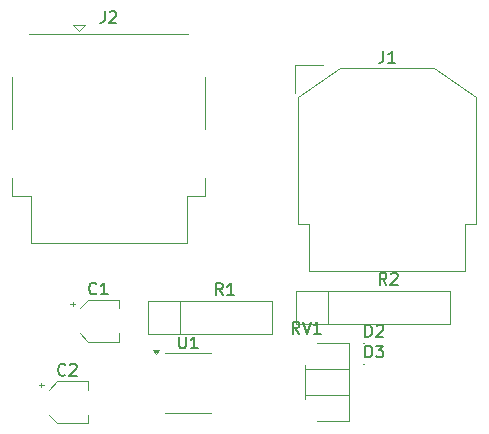
<source format=gbr>
%TF.GenerationSoftware,KiCad,Pcbnew,9.0.0*%
%TF.CreationDate,2025-03-20T16:07:02+05:30*%
%TF.ProjectId,demo-2,64656d6f-2d32-42e6-9b69-6361645f7063,rev?*%
%TF.SameCoordinates,Original*%
%TF.FileFunction,Legend,Top*%
%TF.FilePolarity,Positive*%
%FSLAX46Y46*%
G04 Gerber Fmt 4.6, Leading zero omitted, Abs format (unit mm)*
G04 Created by KiCad (PCBNEW 9.0.0) date 2025-03-20 16:07:02*
%MOMM*%
%LPD*%
G01*
G04 APERTURE LIST*
%ADD10C,0.150000*%
%ADD11C,0.120000*%
%ADD12C,0.100000*%
G04 APERTURE END LIST*
D10*
X125973333Y-86779580D02*
X125925714Y-86827200D01*
X125925714Y-86827200D02*
X125782857Y-86874819D01*
X125782857Y-86874819D02*
X125687619Y-86874819D01*
X125687619Y-86874819D02*
X125544762Y-86827200D01*
X125544762Y-86827200D02*
X125449524Y-86731961D01*
X125449524Y-86731961D02*
X125401905Y-86636723D01*
X125401905Y-86636723D02*
X125354286Y-86446247D01*
X125354286Y-86446247D02*
X125354286Y-86303390D01*
X125354286Y-86303390D02*
X125401905Y-86112914D01*
X125401905Y-86112914D02*
X125449524Y-86017676D01*
X125449524Y-86017676D02*
X125544762Y-85922438D01*
X125544762Y-85922438D02*
X125687619Y-85874819D01*
X125687619Y-85874819D02*
X125782857Y-85874819D01*
X125782857Y-85874819D02*
X125925714Y-85922438D01*
X125925714Y-85922438D02*
X125973333Y-85970057D01*
X126925714Y-86874819D02*
X126354286Y-86874819D01*
X126640000Y-86874819D02*
X126640000Y-85874819D01*
X126640000Y-85874819D02*
X126544762Y-86017676D01*
X126544762Y-86017676D02*
X126449524Y-86112914D01*
X126449524Y-86112914D02*
X126354286Y-86160533D01*
X126666666Y-62892319D02*
X126666666Y-63606604D01*
X126666666Y-63606604D02*
X126619047Y-63749461D01*
X126619047Y-63749461D02*
X126523809Y-63844700D01*
X126523809Y-63844700D02*
X126380952Y-63892319D01*
X126380952Y-63892319D02*
X126285714Y-63892319D01*
X127095238Y-62987557D02*
X127142857Y-62939938D01*
X127142857Y-62939938D02*
X127238095Y-62892319D01*
X127238095Y-62892319D02*
X127476190Y-62892319D01*
X127476190Y-62892319D02*
X127571428Y-62939938D01*
X127571428Y-62939938D02*
X127619047Y-62987557D01*
X127619047Y-62987557D02*
X127666666Y-63082795D01*
X127666666Y-63082795D02*
X127666666Y-63178033D01*
X127666666Y-63178033D02*
X127619047Y-63320890D01*
X127619047Y-63320890D02*
X127047619Y-63892319D01*
X127047619Y-63892319D02*
X127666666Y-63892319D01*
X148736905Y-90454819D02*
X148736905Y-89454819D01*
X148736905Y-89454819D02*
X148975000Y-89454819D01*
X148975000Y-89454819D02*
X149117857Y-89502438D01*
X149117857Y-89502438D02*
X149213095Y-89597676D01*
X149213095Y-89597676D02*
X149260714Y-89692914D01*
X149260714Y-89692914D02*
X149308333Y-89883390D01*
X149308333Y-89883390D02*
X149308333Y-90026247D01*
X149308333Y-90026247D02*
X149260714Y-90216723D01*
X149260714Y-90216723D02*
X149213095Y-90311961D01*
X149213095Y-90311961D02*
X149117857Y-90407200D01*
X149117857Y-90407200D02*
X148975000Y-90454819D01*
X148975000Y-90454819D02*
X148736905Y-90454819D01*
X149689286Y-89550057D02*
X149736905Y-89502438D01*
X149736905Y-89502438D02*
X149832143Y-89454819D01*
X149832143Y-89454819D02*
X150070238Y-89454819D01*
X150070238Y-89454819D02*
X150165476Y-89502438D01*
X150165476Y-89502438D02*
X150213095Y-89550057D01*
X150213095Y-89550057D02*
X150260714Y-89645295D01*
X150260714Y-89645295D02*
X150260714Y-89740533D01*
X150260714Y-89740533D02*
X150213095Y-89883390D01*
X150213095Y-89883390D02*
X149641667Y-90454819D01*
X149641667Y-90454819D02*
X150260714Y-90454819D01*
X150256666Y-66254819D02*
X150256666Y-66969104D01*
X150256666Y-66969104D02*
X150209047Y-67111961D01*
X150209047Y-67111961D02*
X150113809Y-67207200D01*
X150113809Y-67207200D02*
X149970952Y-67254819D01*
X149970952Y-67254819D02*
X149875714Y-67254819D01*
X151256666Y-67254819D02*
X150685238Y-67254819D01*
X150970952Y-67254819D02*
X150970952Y-66254819D01*
X150970952Y-66254819D02*
X150875714Y-66397676D01*
X150875714Y-66397676D02*
X150780476Y-66492914D01*
X150780476Y-66492914D02*
X150685238Y-66540533D01*
X132978095Y-90454819D02*
X132978095Y-91264342D01*
X132978095Y-91264342D02*
X133025714Y-91359580D01*
X133025714Y-91359580D02*
X133073333Y-91407200D01*
X133073333Y-91407200D02*
X133168571Y-91454819D01*
X133168571Y-91454819D02*
X133359047Y-91454819D01*
X133359047Y-91454819D02*
X133454285Y-91407200D01*
X133454285Y-91407200D02*
X133501904Y-91359580D01*
X133501904Y-91359580D02*
X133549523Y-91264342D01*
X133549523Y-91264342D02*
X133549523Y-90454819D01*
X134549523Y-91454819D02*
X133978095Y-91454819D01*
X134263809Y-91454819D02*
X134263809Y-90454819D01*
X134263809Y-90454819D02*
X134168571Y-90597676D01*
X134168571Y-90597676D02*
X134073333Y-90692914D01*
X134073333Y-90692914D02*
X133978095Y-90740533D01*
X143144761Y-90194819D02*
X142811428Y-89718628D01*
X142573333Y-90194819D02*
X142573333Y-89194819D01*
X142573333Y-89194819D02*
X142954285Y-89194819D01*
X142954285Y-89194819D02*
X143049523Y-89242438D01*
X143049523Y-89242438D02*
X143097142Y-89290057D01*
X143097142Y-89290057D02*
X143144761Y-89385295D01*
X143144761Y-89385295D02*
X143144761Y-89528152D01*
X143144761Y-89528152D02*
X143097142Y-89623390D01*
X143097142Y-89623390D02*
X143049523Y-89671009D01*
X143049523Y-89671009D02*
X142954285Y-89718628D01*
X142954285Y-89718628D02*
X142573333Y-89718628D01*
X143430476Y-89194819D02*
X143763809Y-90194819D01*
X143763809Y-90194819D02*
X144097142Y-89194819D01*
X144954285Y-90194819D02*
X144382857Y-90194819D01*
X144668571Y-90194819D02*
X144668571Y-89194819D01*
X144668571Y-89194819D02*
X144573333Y-89337676D01*
X144573333Y-89337676D02*
X144478095Y-89432914D01*
X144478095Y-89432914D02*
X144382857Y-89480533D01*
X123333333Y-93659580D02*
X123285714Y-93707200D01*
X123285714Y-93707200D02*
X123142857Y-93754819D01*
X123142857Y-93754819D02*
X123047619Y-93754819D01*
X123047619Y-93754819D02*
X122904762Y-93707200D01*
X122904762Y-93707200D02*
X122809524Y-93611961D01*
X122809524Y-93611961D02*
X122761905Y-93516723D01*
X122761905Y-93516723D02*
X122714286Y-93326247D01*
X122714286Y-93326247D02*
X122714286Y-93183390D01*
X122714286Y-93183390D02*
X122761905Y-92992914D01*
X122761905Y-92992914D02*
X122809524Y-92897676D01*
X122809524Y-92897676D02*
X122904762Y-92802438D01*
X122904762Y-92802438D02*
X123047619Y-92754819D01*
X123047619Y-92754819D02*
X123142857Y-92754819D01*
X123142857Y-92754819D02*
X123285714Y-92802438D01*
X123285714Y-92802438D02*
X123333333Y-92850057D01*
X123714286Y-92850057D02*
X123761905Y-92802438D01*
X123761905Y-92802438D02*
X123857143Y-92754819D01*
X123857143Y-92754819D02*
X124095238Y-92754819D01*
X124095238Y-92754819D02*
X124190476Y-92802438D01*
X124190476Y-92802438D02*
X124238095Y-92850057D01*
X124238095Y-92850057D02*
X124285714Y-92945295D01*
X124285714Y-92945295D02*
X124285714Y-93040533D01*
X124285714Y-93040533D02*
X124238095Y-93183390D01*
X124238095Y-93183390D02*
X123666667Y-93754819D01*
X123666667Y-93754819D02*
X124285714Y-93754819D01*
X148736905Y-92204819D02*
X148736905Y-91204819D01*
X148736905Y-91204819D02*
X148975000Y-91204819D01*
X148975000Y-91204819D02*
X149117857Y-91252438D01*
X149117857Y-91252438D02*
X149213095Y-91347676D01*
X149213095Y-91347676D02*
X149260714Y-91442914D01*
X149260714Y-91442914D02*
X149308333Y-91633390D01*
X149308333Y-91633390D02*
X149308333Y-91776247D01*
X149308333Y-91776247D02*
X149260714Y-91966723D01*
X149260714Y-91966723D02*
X149213095Y-92061961D01*
X149213095Y-92061961D02*
X149117857Y-92157200D01*
X149117857Y-92157200D02*
X148975000Y-92204819D01*
X148975000Y-92204819D02*
X148736905Y-92204819D01*
X149641667Y-91204819D02*
X150260714Y-91204819D01*
X150260714Y-91204819D02*
X149927381Y-91585771D01*
X149927381Y-91585771D02*
X150070238Y-91585771D01*
X150070238Y-91585771D02*
X150165476Y-91633390D01*
X150165476Y-91633390D02*
X150213095Y-91681009D01*
X150213095Y-91681009D02*
X150260714Y-91776247D01*
X150260714Y-91776247D02*
X150260714Y-92014342D01*
X150260714Y-92014342D02*
X150213095Y-92109580D01*
X150213095Y-92109580D02*
X150165476Y-92157200D01*
X150165476Y-92157200D02*
X150070238Y-92204819D01*
X150070238Y-92204819D02*
X149784524Y-92204819D01*
X149784524Y-92204819D02*
X149689286Y-92157200D01*
X149689286Y-92157200D02*
X149641667Y-92109580D01*
X136653333Y-86924819D02*
X136320000Y-86448628D01*
X136081905Y-86924819D02*
X136081905Y-85924819D01*
X136081905Y-85924819D02*
X136462857Y-85924819D01*
X136462857Y-85924819D02*
X136558095Y-85972438D01*
X136558095Y-85972438D02*
X136605714Y-86020057D01*
X136605714Y-86020057D02*
X136653333Y-86115295D01*
X136653333Y-86115295D02*
X136653333Y-86258152D01*
X136653333Y-86258152D02*
X136605714Y-86353390D01*
X136605714Y-86353390D02*
X136558095Y-86401009D01*
X136558095Y-86401009D02*
X136462857Y-86448628D01*
X136462857Y-86448628D02*
X136081905Y-86448628D01*
X137605714Y-86924819D02*
X137034286Y-86924819D01*
X137320000Y-86924819D02*
X137320000Y-85924819D01*
X137320000Y-85924819D02*
X137224762Y-86067676D01*
X137224762Y-86067676D02*
X137129524Y-86162914D01*
X137129524Y-86162914D02*
X137034286Y-86210533D01*
X150523333Y-86054819D02*
X150190000Y-85578628D01*
X149951905Y-86054819D02*
X149951905Y-85054819D01*
X149951905Y-85054819D02*
X150332857Y-85054819D01*
X150332857Y-85054819D02*
X150428095Y-85102438D01*
X150428095Y-85102438D02*
X150475714Y-85150057D01*
X150475714Y-85150057D02*
X150523333Y-85245295D01*
X150523333Y-85245295D02*
X150523333Y-85388152D01*
X150523333Y-85388152D02*
X150475714Y-85483390D01*
X150475714Y-85483390D02*
X150428095Y-85531009D01*
X150428095Y-85531009D02*
X150332857Y-85578628D01*
X150332857Y-85578628D02*
X149951905Y-85578628D01*
X150904286Y-85150057D02*
X150951905Y-85102438D01*
X150951905Y-85102438D02*
X151047143Y-85054819D01*
X151047143Y-85054819D02*
X151285238Y-85054819D01*
X151285238Y-85054819D02*
X151380476Y-85102438D01*
X151380476Y-85102438D02*
X151428095Y-85150057D01*
X151428095Y-85150057D02*
X151475714Y-85245295D01*
X151475714Y-85245295D02*
X151475714Y-85340533D01*
X151475714Y-85340533D02*
X151428095Y-85483390D01*
X151428095Y-85483390D02*
X150856667Y-86054819D01*
X150856667Y-86054819D02*
X151475714Y-86054819D01*
D11*
%TO.C,C1*%
X123765000Y-87685000D02*
X124140000Y-87685000D01*
X123952500Y-87497500D02*
X123952500Y-87872500D01*
X124569437Y-88060000D02*
X125269437Y-87360000D01*
X124569437Y-90180000D02*
X125269437Y-90880000D01*
X125269437Y-87360000D02*
X127900000Y-87360000D01*
X125269437Y-90880000D02*
X127900000Y-90880000D01*
X127900000Y-87360000D02*
X127900000Y-88060000D01*
X127900000Y-90880000D02*
X127900000Y-90180000D01*
%TO.C,J2*%
X118850000Y-72887500D02*
X118850000Y-68487500D01*
X118850000Y-78537500D02*
X118850000Y-76987500D01*
X120250000Y-64837500D02*
X133750000Y-64837500D01*
X120400000Y-78537500D02*
X118850000Y-78537500D01*
X120400000Y-82537500D02*
X120400000Y-78537500D01*
X124000000Y-64097500D02*
X125000000Y-64097500D01*
X124500000Y-64597500D02*
X124000000Y-64097500D01*
X125000000Y-64097500D02*
X124500000Y-64597500D01*
X133600000Y-78537500D02*
X133600000Y-82537500D01*
X133600000Y-82537500D02*
X120400000Y-82537500D01*
X135150000Y-68487500D02*
X135150000Y-72887500D01*
X135150000Y-76987500D02*
X135150000Y-78537500D01*
X135150000Y-78537500D02*
X133600000Y-78537500D01*
D12*
%TO.C,D2*%
X148665000Y-91050000D02*
G75*
G02*
X148565000Y-91050000I-50000J0D01*
G01*
X148565000Y-91050000D02*
G75*
G02*
X148665000Y-91050000I50000J0D01*
G01*
D11*
%TO.C,J1*%
X142800000Y-67460000D02*
X145140000Y-67460000D01*
X142800000Y-69800000D02*
X142800000Y-67460000D01*
X143040000Y-70150000D02*
X146590000Y-67700000D01*
X143040000Y-80900000D02*
X143040000Y-70150000D01*
X143990000Y-80900000D02*
X143040000Y-80900000D01*
X143990000Y-84900000D02*
X143990000Y-80900000D01*
X146590000Y-67700000D02*
X154590000Y-67700000D01*
X154590000Y-67700000D02*
X158140000Y-70150000D01*
X157190000Y-80900000D02*
X157190000Y-84900000D01*
X157190000Y-84900000D02*
X143990000Y-84900000D01*
X158140000Y-70150000D02*
X158140000Y-80900000D01*
X158140000Y-80900000D02*
X157190000Y-80900000D01*
%TO.C,U1*%
X133740000Y-91840000D02*
X131790000Y-91840000D01*
X133740000Y-91840000D02*
X135690000Y-91840000D01*
X133740000Y-96960000D02*
X131790000Y-96960000D01*
X133740000Y-96960000D02*
X135690000Y-96960000D01*
X131040000Y-91935000D02*
X130800000Y-91605000D01*
X131280000Y-91605000D01*
X131040000Y-91935000D01*
G36*
X131040000Y-91935000D02*
G01*
X130800000Y-91605000D01*
X131280000Y-91605000D01*
X131040000Y-91935000D01*
G37*
%TO.C,RV1*%
X143619000Y-92866000D02*
X143619000Y-95735000D01*
X143619000Y-93180000D02*
X143619000Y-95420000D01*
X143619000Y-93180000D02*
X147360000Y-93180000D01*
X143619000Y-95420000D02*
X147360000Y-95420000D01*
X144665000Y-91030000D02*
X147360000Y-91030000D01*
X144665000Y-97570000D02*
X147360000Y-97570000D01*
X147360000Y-91030000D02*
X147360000Y-97570000D01*
X147360000Y-93180000D02*
X147360000Y-95420000D01*
%TO.C,C2*%
X121125000Y-94565000D02*
X121500000Y-94565000D01*
X121312500Y-94377500D02*
X121312500Y-94752500D01*
X121929437Y-94940000D02*
X122629437Y-94240000D01*
X121929437Y-97060000D02*
X122629437Y-97760000D01*
X122629437Y-94240000D02*
X125260000Y-94240000D01*
X122629437Y-97760000D02*
X125260000Y-97760000D01*
X125260000Y-94240000D02*
X125260000Y-94940000D01*
X125260000Y-97760000D02*
X125260000Y-97060000D01*
D12*
%TO.C,D3*%
X148665000Y-92800000D02*
G75*
G02*
X148565000Y-92800000I-50000J0D01*
G01*
X148565000Y-92800000D02*
G75*
G02*
X148665000Y-92800000I50000J0D01*
G01*
D11*
%TO.C,R1*%
X130300000Y-87470000D02*
X130300000Y-90270000D01*
X130300000Y-90270000D02*
X140800000Y-90270000D01*
X133010000Y-87470000D02*
X133010000Y-90270000D01*
X140800000Y-87470000D02*
X130300000Y-87470000D01*
X140800000Y-90270000D02*
X140800000Y-87470000D01*
%TO.C,R2*%
X142900000Y-86600000D02*
X142900000Y-89400000D01*
X142900000Y-89400000D02*
X155940000Y-89400000D01*
X145610000Y-86600000D02*
X145610000Y-89400000D01*
X155940000Y-86600000D02*
X142900000Y-86600000D01*
X155940000Y-89400000D02*
X155940000Y-86600000D01*
%TD*%
M02*

</source>
